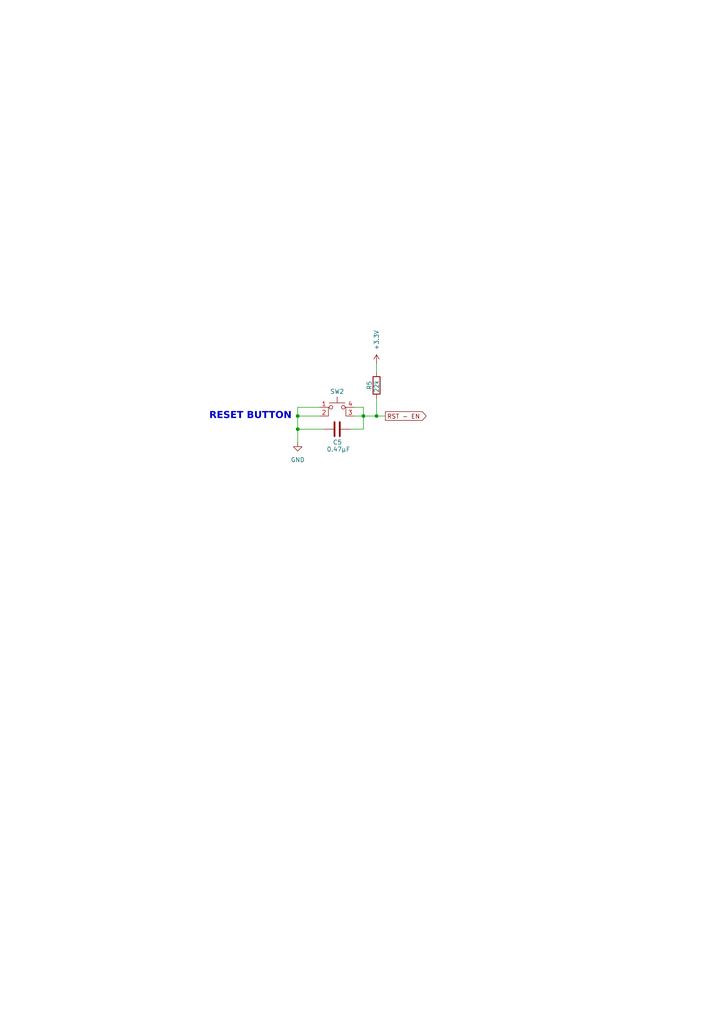
<source format=kicad_sch>
(kicad_sch (version 20231120) (generator "eeschema") (generator_version "8.0")
  (paper "A4" portrait)
  (lib_symbols
    (symbol "Device:C" (pin_numbers hide) (pin_names (offset 0.254))
      (property "Reference" "C" (at 0.635 2.54 0))
      (property "Value" "C" (at 0.635 -2.54 0))
      (symbol "C_0_1"
        (polyline (pts (xy -2.032 -0.762) (xy 2.032 -0.762)) (stroke (width 0.508)))
        (polyline (pts (xy -2.032 0.762) (xy 2.032 0.762)) (stroke (width 0.508)))
      )
      (symbol "C_1_1"
        (pin passive line (at 0 3.81 270) (length 2.794) (name "~") (number "1"))
        (pin passive line (at 0 -3.81 90) (length 2.794) (name "~") (number "2"))
      )
    )
    (symbol "R_2" (pin_numbers hide) (pin_names (offset 0))
      (property "Reference" "R" (at 2.032 0 90))
      (property "Value" "R" (at 0 0 90))
      (symbol "R_2_0_1"
        (rectangle (start -1.016 -2.54) (end 1.016 2.54) (stroke (width 0.254)))
      )
      (symbol "R_2_1_1"
        (pin passive line (at 0 3.81 270) (length 1.27) (name "~") (number "1"))
        (pin passive line (at 0 -3.81 90) (length 1.27) (name "~") (number "2"))
      )
    )
    (symbol "Switch:SW_MEC_5E" (pin_names (offset 1.016) hide)
      (property "Reference" "SW" (at 0.635 5.715 0))
      (property "Value" "SW_MEC_5E" (at 0 -3.175 0))
      (symbol "SW_MEC_5E_0_1"
        (circle (center -1.778 2.54) (radius 0.508))
        (polyline (pts (xy -2.286 3.81) (xy 2.286 3.81)))
        (polyline (pts (xy 0 3.81) (xy 0 5.588)))
        (polyline (pts (xy -2.54 0) (xy -2.54 2.54) (xy -2.286 2.54)))
        (polyline (pts (xy 2.54 0) (xy 2.54 2.54) (xy 2.286 2.54)))
        (circle (center 1.778 2.54) (radius 0.508))
        (pin passive line (at -5.08 2.54 0) (length 2.54) (name "1") (number "1"))
        (pin passive line (at -5.08 0 0) (length 2.54) (name "2") (number "2"))
        (pin passive line (at 5.08 0 180) (length 2.54) (name "K") (number "3"))
        (pin passive line (at 5.08 2.54 180) (length 2.54) (name "A") (number "4"))
      )
    )
    (symbol "power:GND" (power) (pin_numbers hide) (pin_names (offset 0) hide)
      (property "Value" "GND" (at 0 -3.81 0))
      (symbol "GND_0_1"
        (polyline (pts (xy 0 0) (xy 0 -1.27) (xy 1.27 -1.27) (xy 0 -2.54) (xy -1.27 -1.27) (xy 0 -1.27)))
      )
      (symbol "GND_1_1"
        (pin power_in line (at 0 0 270) (length 0) (name "~") (number "1"))
      )
    )
    (symbol "power:VCC" (power) (pin_numbers hide) (pin_names (offset 0) hide)
      (property "Value" "VCC" (at 0 3.556 0))
      (symbol "VCC_0_1"
        (polyline (pts (xy -0.762 1.27) (xy 0 2.54)))
        (polyline (pts (xy 0 0) (xy 0 2.54)))
        (polyline (pts (xy 0 2.54) (xy 0.762 1.27)))
      )
      (symbol "VCC_1_1"
        (pin power_in line (at 0 0 90) (length 0) (name "~") (number "1"))
      )
    )
  )
  (junction (at 86.36 120.65))
  (junction (at 109.22 120.65))
  (junction (at 105.41 120.65))
  (junction (at 86.36 124.46))
  (wire (pts (xy 86.36 118.11) (xy 86.36 120.65)))
  (wire (pts (xy 101.6 124.46) (xy 105.41 124.46)))
  (wire (pts (xy 109.22 105.41) (xy 109.22 107.95)))
  (wire (pts (xy 102.87 118.11) (xy 105.41 118.11)))
  (wire (pts (xy 86.36 120.65) (xy 86.36 124.46)))
  (wire (pts (xy 105.41 118.11) (xy 105.41 120.65)))
  (wire (pts (xy 86.36 124.46) (xy 93.98 124.46)))
  (wire (pts (xy 109.22 120.65) (xy 111.76 120.65)))
  (wire (pts (xy 86.36 124.46) (xy 86.36 128.27)))
  (wire (pts (xy 86.36 120.65) (xy 92.71 120.65)))
  (wire (pts (xy 102.87 120.65) (xy 105.41 120.65)))
  (wire (pts (xy 105.41 120.65) (xy 109.22 120.65)))
  (wire (pts (xy 105.41 124.46) (xy 105.41 120.65)))
  (wire (pts (xy 109.22 115.57) (xy 109.22 120.65)))
  (wire (pts (xy 92.71 118.11) (xy 86.36 118.11)))
  (text "RESET BUTTON" (at 72.644 121.158 0) (effects (font (size 2 2) (thickness 0.254) (bold yes))))
  (global_label "RST - EN" (shape output) (at 111.76 120.65 0) (property "Intersheetrefs" "${INTERSHEET_REFS}" (effects (hide yes))))
  (symbol (lib_id "Device:C") (at 97.79 124.46 90) (unit 1)
    (property "Reference" "C5" (at 96.52 128.27 90) (effects (justify right)))
    (property "Value" "0.47µF" (at 94.742 130.302 90) (effects (justify right)))
    (property "Footprint" "CUSTOM_Footprint:CAPAE530X565N" (effects (hide yes)))
    (property "Datasheet" "https://www.we-online.com/components/products/datasheet/865230640004.pdf" (effects (hide yes)))
    (property "Description" "Unpolarized capacitor" (effects (hide yes)))
  )
  (symbol (lib_name "R_2") (lib_id "Device:R") (at 109.22 111.76 0) (mirror y) (unit 1)
    (property "Reference" "R5" (at 106.426 111.76 90) (effects (justify bottom)))
    (property "Value" "22k" (at 109.22 110.236 90) (effects (justify right)))
    (property "Footprint" "Resistor_THT:R_Axial_Power_L60.0mm_W14.0mm_P66.04mm" (effects (hide yes)))
    (property "Datasheet" "chrome-extension://efaidnbmnnnibpcajpcglclefindmkaj/https://www.mouser.de/datasheet/2/418/3/NG_CS_1309350_PASSIVE_COMPONENT_0807-1235468.pdf" (effects (hide yes)))
    (property "Description" "Resistor" (effects (hide yes)))
  )
  (symbol (lib_id "power:GND") (at 86.36 128.27 0) (unit 1)
    (property "Reference" "#PWR018" (effects (hide yes)))
    (property "Value" "GND" (at 86.36 133.35 0))
    (property "Description" "Power symbol creates a global label with name \"GND\" , ground" (effects (hide yes)))
  )
  (symbol (lib_id "Switch:SW_MEC_5E") (at 97.79 120.65 0) (unit 1)
    (property "Reference" "SW2" (at 97.79 113.538 0))
    (property "Value" "RESET_BUTTON" (effects (hide yes)))
    (property "Footprint" "Button_Switch_THT:SW_PUSH_1P1T_6x3.5mm_H4.3_APEM_MJTP1243" (effects (hide yes)))
    (property "Datasheet" "http://www.apem.com/int/index.php?controller=attachment&id_attachment=1371" (effects (hide yes)))
    (property "Description" "MEC 5E single pole normally-open tactile switch" (effects (hide yes)))
  )
  (symbol (lib_id "power:VCC") (at 109.22 105.41 0) (unit 1)
    (property "Reference" "#PWR019" (effects (hide yes)))
    (property "Value" "+3.3V" (at 109.2199 101.6 90) (effects (justify left)))
    (property "Description" "Power symbol creates a global label with name \"VCC\"" (effects (hide yes)))
  )
)
</source>
